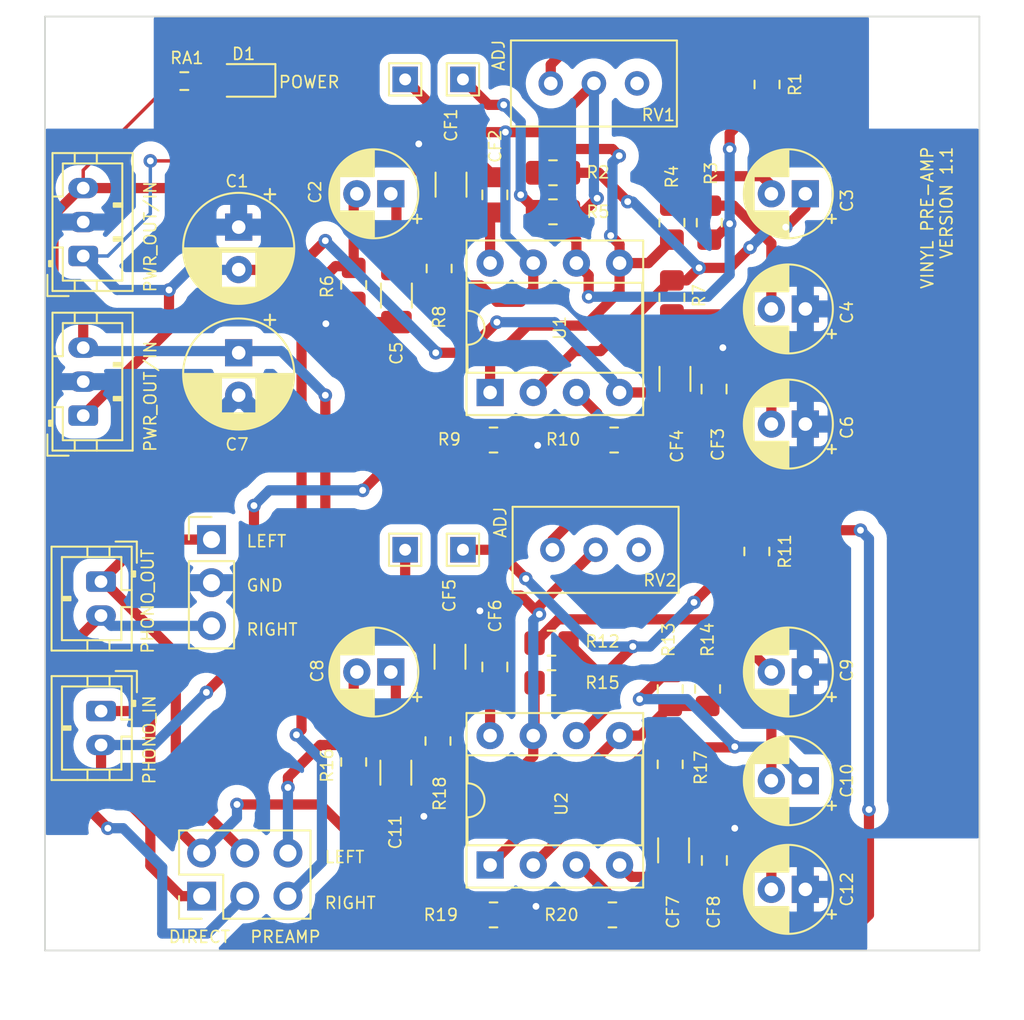
<source format=kicad_pcb>
(kicad_pcb (version 20221018) (generator pcbnew)
  (layers (0 "F.Cu" signal) (31 "B.Cu" signal) (34 "B.Paste" user) (35 "F.Paste" user) (36 "B.SilkS" user "B.Silkscreen") (37 "F.SilkS" user "F.Silkscreen") (38 "B.Mask" user) (39 "F.Mask" user) (44 "Edge.Cuts" user))
  (net 0 "")
  (net 1 "V-")
  (net 2 "V+")
  (net 3 "LEFTIN")
  (net 4 "RIGHTIN")
  (net 5 "LEFTOUT")
  (net 6 "RIGHTOUT")
  (net 7 "AGND")
  (net 9 "Net-(R1-Pad1)")
  (net 10 "Net-(C2-Pad1)")
  (net 11 "Net-(U1-InA-)")
  (net 12 "Net-(C6-Pad2)")
  (net 13 "Net-(C9-Pad2)")
  (net 14 "Net-(C10-Pad2)")
  (net 16 "LEFTAMP")
  (net 17 "RIGHTAMP")
  (net 18 "Net-(C3-Pad2)")
  (net 19 "Net-(C4-Pad2)")
  (net 20 "Net-(C11-Pad2)")
  (net 21 "Net-(U2-InA-)")
  (net 22 "Net-(C12-Pad2)")
  (net 23 "Net-(D1-A)")
  (net 24 "Net-(U1-InB-)")
  (net 25 "Net-(U1-InB+)")
  (net 26 "Net-(U1-OutB)")
  (net 27 "Net-(U1-InA+)")
  (net 28 "Net-(R11-Pad1)")
  (net 29 "Net-(U2-InB-)")
  (net 30 "Net-(U2-InB+)")
  (net 31 "Net-(U2-OutB)")
  (net 32 "Net-(U2-InA+)")
  (footprint "Connector_JST:JST_PH_B3B-PH-K_1x03_P2.00mm_Vertical" (layer "F.Cu") (at 133.65 94.7 90)
    (fp_text reference "J1" hide)
    (fp_text value "Conn_01x03_Male")
  )
  (footprint "Resistor_SMD:R_0805_2012Metric_Pad1.20x1.40mm_HandSolder" (layer "F.Cu") (at 164.9 105.5375 180)
    (fp_text reference "R10")
    (fp_text value "2K2")
  )
  (footprint "Connector_JST:JST_PH_B2B-PH-K_1x02_P2.00mm_Vertical" (layer "F.Cu") (at 134.7 121.5 -90)
    (fp_text reference "J5" hide)
    (fp_text value "Conn_01x02_Male")
  )
  (footprint "MountingHole:MountingHole_3.2mm_M3" (layer "F.Cu") (at 183.9 133.1)
    (fp_text reference "H3" hide)
    (fp_text value "MountingHole")
  )
  (footprint "Resistor_SMD:R_0805_2012Metric_Pad1.20x1.40mm_HandSolder" (layer "F.Cu") (at 168.3 97.1375 90)
    (fp_text reference "R7")
    (fp_text value "4K7")
  )
  (footprint "Package_DIP:DIP-8_W7.62mm_Socket" (layer "F.Cu") (at 157.6 130.565124 90)
    (fp_text reference "U2")
    (fp_text value "OPA2134")
  )
  (footprint "Resistor_SMD:R_0805_2012Metric_Pad1.20x1.40mm_HandSolder" (layer "F.Cu") (at 154.6 95.4375 -90)
    (fp_text reference "R8")
    (fp_text value "750R")
  )
  (footprint "Capacitor_SMD:C_0805_2012Metric_Pad1.18x1.45mm_HandSolder" (layer "F.Cu") (at 157.877616 118.902624 -90)
    (fp_text reference "CF6")
    (fp_text value "0.1u")
  )
  (footprint "Resistor_SMD:R_0805_2012Metric_Pad1.20x1.40mm_HandSolder" (layer "F.Cu") (at 154.531414 123.265124 -90)
    (fp_text reference "R18")
    (fp_text value "750R")
  )
  (footprint "Capacitor_THT:CP_Radial_D5.0mm_P2.00mm" (layer "F.Cu") (at 151.755113 119.2 180)
    (fp_text reference "C8")
    (fp_text value "1U C0G")
  )
  (footprint "Resistor_SMD:R_0805_2012Metric_Pad1.20x1.40mm_HandSolder" (layer "F.Cu") (at 157.8 133.502624 180)
    (fp_text reference "R19")
    (fp_text value "47K")
  )
  (footprint "Resistor_SMD:R_0805_2012Metric_Pad1.20x1.40mm_HandSolder" (layer "F.Cu") (at 157.8 105.5375 180)
    (fp_text reference "R9")
    (fp_text value "47K")
  )
  (footprint "Connector_JST:JST_PH_B2B-PH-K_1x02_P2.00mm_Vertical" (layer "F.Cu") (at 134.695165 113.877039 -90)
    (fp_text reference "J4" hide)
    (fp_text value "Conn_01x02_Male")
  )
  (footprint "Resistor_SMD:R_0805_2012Metric_Pad1.20x1.40mm_HandSolder" (layer "F.Cu") (at 161.216424 119.832624)
    (fp_text reference "R15")
    (fp_text value "100K")
  )
  (footprint "Resistor_SMD:R_0603_1608Metric" (layer "F.Cu") (at 139.6 84.4 180)
    (fp_text reference "RA1")
    (fp_text value "5.1K")
  )
  (footprint "Capacitor_THT:CP_Radial_D6.3mm_P2.50mm" (layer "F.Cu") (at 142.8 93 -90)
    (fp_text reference "C1")
    (fp_text value "100U 16V")
  )
  (footprint "Capacitor_SMD:C_1206_3216Metric_Pad1.33x1.80mm_HandSolder" (layer "F.Cu") (at 152.085 97.03 90)
    (fp_text reference "C5")
    (fp_text value "0.1U C0G")
  )
  (footprint "Package_DIP:DIP-8_W7.62mm_Socket" (layer "F.Cu") (at 157.6 102.7375 90)
    (fp_text reference "U1")
    (fp_text value "OPA2134")
  )
  (footprint "MountingHole:MountingHole_3.2mm_M3" (layer "F.Cu") (at 133.9 133.1)
    (fp_text reference "H4" hide)
    (fp_text value "MountingHole")
  )
  (footprint "Resistor_SMD:R_0805_2012Metric_Pad1.20x1.40mm_HandSolder" (layer "F.Cu") (at 149.57 124.5 90)
    (fp_text reference "R16")
    (fp_text value "100K")
  )
  (footprint "TestPoint:TestPoint_THTPad_1.5x1.5mm_Drill0.7mm" (layer "F.Cu") (at 152.6 112)
    (fp_text reference "TP3" hide)
    (fp_text value "TestPoint")
  )
  (footprint "TestPoint:TestPoint_THTPad_1.5x1.5mm_Drill0.7mm" (layer "F.Cu") (at 156 112)
    (fp_text reference "TP4" hide)
    (fp_text value "TestPoint")
  )
  (footprint "Capacitor_SMD:C_1206_3216Metric_Pad1.33x1.80mm_HandSolder" (layer "F.Cu") (at 168.4 129.702624 -90)
    (fp_text reference "CF7")
    (fp_text value "10u")
  )
  (footprint "Resistor_SMD:R_0805_2012Metric_Pad1.20x1.40mm_HandSolder" (layer "F.Cu") (at 173.3 112.1 -90)
    (fp_text reference "R11")
    (fp_text value "2.7K")
  )
  (footprint "Resistor_SMD:R_0805_2012Metric_Pad1.20x1.40mm_HandSolder" (layer "F.Cu") (at 170.4 120.2 90)
    (fp_text reference "R14")
    (fp_text value "4K7")
  )
  (footprint "MountingHole:MountingHole_3.2mm_M3" (layer "F.Cu") (at 183.9 83.1)
    (fp_text reference "H2" hide)
    (fp_text value "MountingHole")
  )
  (footprint "Capacitor_SMD:C_0805_2012Metric_Pad1.18x1.45mm_HandSolder" (layer "F.Cu") (at 170.78151 102.5375 -90)
    (fp_text reference "CF3")
    (fp_text value "0.1u")
  )
  (footprint "Resistor_SMD:R_0805_2012Metric_Pad1.20x1.40mm_HandSolder" (layer "F.Cu") (at 164.8 133.502624)
    (fp_text reference "R20")
    (fp_text value "2K2")
  )
  (footprint "Resistor_SMD:R_0805_2012Metric_Pad1.20x1.40mm_HandSolder" (layer "F.Cu") (at 170.5 92.7375 -90)
    (fp_text reference "R3")
    (fp_text value "2K7")
  )
  (footprint "LED_SMD:LED_0805_2012Metric_Pad1.15x1.40mm_HandSolder" (layer "F.Cu") (at 143.1 84.36 180)
    (fp_text reference "D1")
    (fp_text value "YELLOW")
  )
  (footprint "Capacitor_SMD:C_1206_3216Metric_Pad1.33x1.80mm_HandSolder" (layer "F.Cu") (at 155.238808 118.302624 -90)
    (fp_text reference "CF5")
    (fp_text value "10u")
  )
  (footprint "Capacitor_SMD:C_0805_2012Metric_Pad1.18x1.45mm_HandSolder" (layer "F.Cu") (at 157.877616 91.1 -90)
    (fp_text reference "CF2")
    (fp_text value "0.1u")
  )
  (footprint "Capacitor_THT:CP_Radial_D5.0mm_P2.00mm" (layer "F.Cu") (at 151.755113 91.0375 180)
    (fp_text reference "C2")
    (fp_text value "1U C0G")
  )
  (footprint "Resistor_SMD:R_0805_2012Metric_Pad1.20x1.40mm_HandSolder" (layer "F.Cu") (at 168.3 92.7375 90)
    (fp_text reference "R4")
    (fp_text value "4K7")
  )
  (footprint "Connector_PinHeader_2.54mm:PinHeader_2x03_P2.54mm_Vertical" (layer "F.Cu") (at 140.62 132.4 90)
    (fp_text reference "J6" hide)
    (fp_text value "Conn_02x03_Odd_Even")
  )
  (footprint "Capacitor_THT:CP_Radial_D5.0mm_P2.00mm" (layer "F.Cu") (at 176.155113 91.0375 180)
    (fp_text reference "C3")
    (fp_text value "22U C0G")
  )
  (footprint "Capacitor_SMD:C_1206_3216Metric_Pad1.33x1.80mm_HandSolder" (layer "F.Cu") (at 152.050707 125.13 90)
    (fp_text reference "C11")
    (fp_text value "0.1U C0G")
  )
  (footprint "Connector_PinHeader_2.54mm:PinHeader_1x03_P2.54mm_Vertical" (layer "F.Cu") (at 141.2 111.4)
    (fp_text reference "J3" hide)
    (fp_text value "Conn_01x03_Male")
  )
  (footprint "TestPoint:TestPoint_THTPad_1.5x1.5mm_Drill0.7mm" (layer "F.Cu") (at 156 84.3)
    (fp_text reference "TP2" hide)
    (fp_text value "TestPoint")
  )
  (footprint "MountingHole:MountingHole_3.2mm_M3" (layer "F.Cu") (at 133.9 83.1)
    (fp_text reference "H1" hide)
    (fp_text value "MountingHole")
  )
  (footprint "Potentiometer_THT:Potentiometer_Bourns_3296W_Vertical" (layer "F.Cu") (at 166.25 84.5375)
    (fp_text reference "RV1")
    (fp_text value "50K")
  )
  (footprint "Capacitor_SMD:C_1206_3216Metric_Pad1.33x1.80mm_HandSolder" (layer "F.Cu") (at 155.3 90.5 -90)
    (fp_text reference "CF1")
    (fp_text value "10u")
  )
  (footprint "Resistor_SMD:R_0805_2012Metric_Pad1.20x1.40mm_HandSolder" (layer "F.Cu") (at 173.9 84.6 -90)
    (fp_text reference "R1")
    (fp_text value "2.7K")
  )
  (footprint "Resistor_SMD:R_0805_2012Metric_Pad1.20x1.40mm_HandSolder" (layer "F.Cu") (at 161.3 92.1 180)
    (fp_text reference "R5")
    (fp_text value "100K")
  )
  (footprint "Capacitor_THT:CP_Radial_D5.0mm_P2.00mm" (layer "F.Cu") (at 176.155113 119.2 180)
    (fp_text reference "C9")
    (fp_text value "22U C0G")
  )
  (footprint "Capacitor_THT:CP_Radial_D5.0mm_P2.00mm" (layer "F.Cu") (at 176.155113 132 180)
    (fp_text reference "C12")
    (fp_text value "22U")
  )
  (footprint "Resistor_SMD:R_0805_2012Metric_Pad1.20x1.40mm_HandSolder" (layer "F.Cu") (at 149.57 96.4 90)
    (fp_text reference "R6")
    (fp_text value "100K")
  )
  (footprint "Capacitor_SMD:C_0805_2012Metric_Pad1.18x1.45mm_HandSolder" (layer "F.Cu") (at 170.8 130.3 -90)
    (fp_text reference "CF8")
    (fp_text value "0.1u")
  )
  (footprint "Capacitor_THT:CP_Radial_D5.0mm_P2.00mm" (layer "F.Cu") (at 176.155113 125.6 180)
    (fp_text reference "C10")
    (fp_text value "22U C0G")
  )
  (footprint "TestPoint:TestPoint_THTPad_1.5x1.5mm_Drill0.7mm" (layer "F.Cu") (at 152.6 84.3)
    (fp_text reference "TP1" hide)
    (fp_text value "TestPoint")
  )
  (footprint "Resistor_SMD:R_0805_2012Metric_Pad1.20x1.40mm_HandSolder" (layer "F.Cu") (at 161.216424 117.5)
    (fp_text reference "R12")
    (fp_text value "2K7")
  )
  (footprint "Resistor_SMD:R_0805_2012Metric_Pad1.20x1.40mm_HandSolder" (layer "F.Cu") (at 161.3 89.8 180)
    (fp_text reference "R2")
    (fp_text value "180K")
  )
  (footprint "Capacitor_THT:CP_Radial_D5.0mm_P2.00mm" (layer "F.Cu") (at 176.155113 104.6 180)
    (fp_text reference "C6")
    (fp_text value "22U")
  )
  (footprint "Capacitor_THT:CP_Radial_D5.0mm_P2.00mm" (layer "F.Cu") (at 176.155113 97.81875 180)
    (fp_text reference "C4")
    (fp_text value "22U C0G")
  )
  (footprint "Potentiometer_THT:Potentiometer_Bourns_3296W_Vertical" (layer "F.Cu") (at 166.35 112)
    (fp_text reference "RV2")
    (fp_text value "50K")
  )
  (footprint "Capacitor_THT:CP_Radial_D6.3mm_P2.50mm" (layer "F.Cu") (at 142.8 100.4 -90)
    (fp_text reference "C7")
    (fp_text value "100U 16V")
  )
  (footprint "Capacitor_SMD:C_1206_3216Metric_Pad1.33x1.80mm_HandSolder" (layer "F.Cu") (at 168.48151 101.9375 -90)
    (fp_text reference "CF4")
    (fp_text value "10u")
  )
  (footprint "Resistor_SMD:R_0805_2012Metric_Pad1.20x1.40mm_HandSolder" (layer "F.Cu") (at 168.2 120.202624 -90)
    (fp_text reference "R13")
    (fp_text value "180K")
  )
  (footprint "Connector_JST:JST_PH_B3B-PH-K_1x03_P2.00mm_Vertical" (layer "F.Cu") (at 133.65 104.1 90)
    (fp_text reference "J2" hide)
    (fp_text value "Conn_01x03_Male")
  )
  (footprint "Resistor_SMD:R_0805_2012Metric_Pad1.20x1.40mm_HandSolder" (layer "F.Cu") (at 168.2 124.637624 90)
    (fp_text reference "R17")
    (fp_text value "4K7")
  )
  (gr_line (start 186.4 135.6) (end 186.4 80.6) (stroke (width 0.1)) (layer "Edge.Cuts"))
  (gr_line (start 186.4 80.6) (end 131.4 80.6) (stroke (width 0.1)) (layer "Edge.Cuts"))
  (gr_line (start 131.4 80.6) (end 131.4 135.6) (stroke (width 0.1)) (layer "Edge.Cuts"))
  (gr_line (start 131.4 135.6) (end 186.4 135.6) (stroke (width 0.1)) (layer "Edge.Cuts"))
  (gr_text "PHONO_IN" (at 137.545165 125.877039 90) (layer "F.SilkS") (effects (font (size 0.7 0.7) (thickness 0.1)) (justify left)))
  (gr_text "GND\n" (at 143.2 114.1) (layer "F.SilkS") (effects (font (size 0.7 0.7) (thickness 0.1)) (justify left)))
  (gr_text "LEFT" (at 147.8 130.1) (layer "F.SilkS") (effects (font (size 0.7 0.7) (thickness 0.1)) (justify left)))
  (gr_text "PHONO_OUT" (at 137.445165 118.177039 90) (layer "F.SilkS") (effects (font (size 0.7 0.7) (thickness 0.1)) (justify left)))
  (gr_text "DIRECT" (at 138.62 134.8) (layer "F.SilkS") (effects (font (size 0.7 0.7) (thickness 0.1)) (justify left)))
  (gr_text "PWR_OUT/IN" (at 137.6 106.3 90) (layer "F.SilkS") (effects (font (size 0.7 0.7) (thickness 0.1)) (justify left)))
  (gr_text "VINYL PRE-AMP\nVERSION 1.1" (at 183.9 88.2 90) (layer "F.SilkS") (effects (font (size 0.7 0.7) (thickness 0.1)) (justify right)))
  (gr_text "POWER" (at 145.1 84.46) (layer "F.SilkS") (effects (font (size 0.7 0.7) (thickness 0.1)) (justify left)))
  (gr_text "PWR_OUT/IN" (at 137.6 96.9 90) (layer "F.SilkS") (effects (font (size 0.7 0.7) (thickness 0.1)) (justify left)))
  (gr_text "ADJ" (at 158.2 109.4 90) (layer "F.SilkS") (effects (font (size 0.7 0.7) (thickness 0.1)) (justify right)))
  (gr_text "PREAMP" (at 143.42 134.8) (layer "F.SilkS") (effects (font (size 0.7 0.7) (thickness 0.1)) (justify left)))
  (gr_text "ADJ" (at 158.1 81.9 90) (layer "F.SilkS") (effects (font (size 0.7 0.7) (thickness 0.1)) (justify right)))
  (gr_text "RIGHT" (at 143.2 116.7) (layer "F.SilkS") (effects (font (size 0.7 0.7) (thickness 0.1)) (justify left)))
  (gr_text "RIGHT" (at 147.8 132.8) (layer "F.SilkS") (effects (font (size 0.7 0.7) (thickness 0.1)) (justify left)))
  (gr_text "LEFT" (at 143.2 111.5) (layer "F.SilkS") (effects (font (size 0.7 0.7) (thickness 0.1)) (justify left)))
  (segment (start 168.4 131.265124) (end 165.92 131.265124) (width 0.6) (layer "F.Cu") (net 1))
  (segment (start 165.92 131.265124) (end 165.22 130.565124) (width 0.6) (layer "F.Cu") (net 1))
  (segment (start 170.78151 104.28151) (end 177.35 110.85) (width 0.6) (layer "F.Cu") (net 1))
  (segment (start 139.385 89.1) (end 137.6 89.1) (width 0.2) (layer "F.Cu") (net 1))
  (segment (start 146.182379 95.517621) (end 147.9 93.8) (width 0.6) (layer "F.Cu") (net 1))
  (segment (start 142.8 95.517621) (end 146.182379 95.517621) (width 0.6) (layer "F.Cu") (net 1))
  (segment (start 179.1 134.3) (end 179.3 134.1) (width 0.6) (layer "F.Cu") (net 1))
  (segment (start 167.71901 102.7375) (end 168.48151 103.5) (width 0.6) (layer "F.Cu") (net 1))
  (segment (start 177.35 110.85) (end 179.4 110.85) (width 0.6) (layer "F.Cu") (net 1))
  (segment (start 170.78151 103.575) (end 168.55651 103.575) (width 0.6) (layer "F.Cu") (net 1))
  (segment (start 165.22 102.7375) (end 167.71901 102.7375) (width 0.6) (layer "F.Cu") (net 1))
  (segment (start 154.4 100.4) (end 156.2 100.4) (width 0.6) (layer "F.Cu") (net 1))
  (segment (start 138.7 99.027914) (end 138.7 96.7) (width 0.6) (layer "F.Cu") (net 1))
  (segment (start 173.1 134.3) (end 179.1 134.3) (width 0.6) (layer "F.Cu") (net 1))
  (segment (start 170.8 131.3375) (end 168.472376 131.3375) (width 0.6) (layer "F.Cu") (net 1))
  (segment (start 179.9 133.5) (end 179.9 127.3) (width 0.6) (layer "F.Cu") (net 1))
  (segment (start 170.78151 103.575) (end 170.78151 104.28151) (width 0.6) (layer "F.Cu") (net 1))
  (segment (start 170.8 132) (end 173.1 134.3) (width 0.6) (layer "F.Cu") (net 1))
  (segment (start 179.3 134.1) (end 179.9 133.5) (width 0.6) (layer "F.Cu") (net 1))
  (segment (start 170.8 131.3375) (end 170.8 132) (width 0.6) (layer "F.Cu") (net 1))
  (segment (start 144.125 84.36) (end 139.385 89.1) (width 0.2) (layer "F.Cu") (net 1))
  (segment (start 133.65 104.077914) (end 138.7 99.027914) (width 0.6) (layer "F.Cu") (net 1))
  (segment (start 156.2 100.4) (end 158 98.6) (width 0.6) (layer "F.Cu") (net 1))
  (via (at 138.7 96.7) (size 0.8) (drill 0.4) (layers "F.Cu" "B.Cu") (net 1))
  (via (at 179.4 110.85) (size 0.8) (drill 0.4) (layers "F.Cu" "B.Cu") (net 1))
  (via (at 154.4 100.4) (size 0.8) (drill 0.4) (layers "F.Cu" "B.Cu") (net 1))
  (via (at 137.6 89.1) (size 0.8) (drill 0.4) (layers "F.Cu" "B.Cu") (net 1))
  (via (at 179.9 127.3) (size 0.8) (drill 0.4) (layers "F.Cu" "B.Cu") (net 1))
  (via (at 158 98.6) (size 0.8) (drill 0.4) (layers "F.Cu" "B.Cu") (net 1))
  (via (at 147.9 93.8) (size 0.8) (drill 0.4) (layers "F.Cu" "B.Cu") (net 1))
  (segment (start 133.65 94.7) (end 135.1 94.7) (width 0.2) (layer "B.Cu") (net 1))
  (segment (start 158 98.6) (end 161.4 98.6) (width 0.6) (layer "B.Cu") (net 1))
  (segment (start 135.65 96.7) (end 138.7 96.7) (width 0.6) (layer "B.Cu") (net 1))
  (segment (start 179.9 127.3) (end 179.9 111.35) (width 0.6) (layer "B.Cu") (net 1))
  (segment (start 179.9 111.35) (end 179.4 110.85) (width 0.6) (layer "B.Cu") (net 1))
  (segment (start 142.8 95.517621) (end 139.882379 95.517621) (width 0.6) (layer "B.Cu") (net 1))
  (segment (start 135.1 94.7) (end 137.6 92.2) (width 0.2) (layer "B.Cu") (net 1))
  (segment (start 133.65 94.7) (end 135.65 96.7) (width 0.6) (layer "B.Cu") (net 1))
  (segment (start 137.6 92.2) (end 137.6 89.1) (width 0.2) (layer "B.Cu") (net 1))
  (segment (start 139.882379 95.517621) (end 138.7 96.7) (width 0.6) (layer "B.Cu") (net 1))
  (segment (start 154.4 100.3) (end 154.4 100.4) (width 0.6) (layer "B.Cu") (net 1))
  (segment (start 147.9 93.8) (end 154.4 100.3) (width 0.6) (layer "B.Cu") (net 1))
  (segment (start 161.4 98.6) (end 164.8 102) (width 0.6) (layer "B.Cu") (net 1))
  (segment (start 131.9 96.8) (end 131.9 92.3) (width 0.6) (layer "F.Cu") (net 2))
  (segment (start 141 88.4) (end 138.7 90.7) (width 0.6) (layer "F.Cu") (net 2))
  (segment (start 133.65 89.65) (end 133.65 90.7) (width 0.2) (layer "F.Cu") (net 2))
  (segment (start 157.6 122.945124) (end 157.6 120.21774) (width 0.6) (layer "F.Cu") (net 2))
  (segment (start 148.7 113.1) (end 148.6 113.1) (width 0.6) (layer "F.Cu") (net 2))
  (segment (start 131.9 92.3) (end 133.5 90.7) (width 0.6) (layer "F.Cu") (net 2))
  (segment (start 133.65 98.55) (end 131.9 96.8) (width 0.6) (layer "F.Cu") (net 2))
  (segment (start 148.6 113.1) (end 147.9 112.4) (width 0.6) (layer "F.Cu") (net 2))
  (segment (start 138.775 84.525) (end 133.65 89.65) (width 0.2) (layer "F.Cu") (net 2))
  (segment (start 157.6 95.1175) (end 157.6 92.415116) (width 0.6) (layer "F.Cu") (net 2))
  (segment (start 152.1 88.4) (end 141 88.4) (width 0.6) (layer "F.Cu") (net 2))
  (segment (start 157.877616 119.940124) (end 155.313808 119.940124) (width 0.6) (layer "F.Cu") (net 2))
  (segment (start 155.3 92.0625) (end 155.3 91.6) (width 0.6) (layer "F.Cu") (net 2))
  (segment (start 155.238808 119.638808) (end 148.7 113.1) (width 0.6) (layer "F.Cu") (net 2))
  (segment (start 147.9 112.4) (end 147.9 102.9) (width 0.6) (layer "F.Cu") (net 2))
  (segment (start 138.7 90.7) (end 133.65 90.7) (width 0.6) (layer "F.Cu") (net 2))
  (segment (start 157.877616 92.1375) (end 155.375 92.1375) (width 0.6) (layer "F.Cu") (net 2))
  (segment (start 133.65 100.1) (end 133.65 98.55) (width 0.6) (layer "F.Cu") (net 2))
  (segment (start 155.3 91.6) (end 152.1 88.4) (width 0.6) (layer "F.Cu") (net 2))
  (via (at 147.9 102.9) (size 0.8) (drill 0.4) (layers "F.Cu" "B.Cu") (net 2))
  (segment (start 142.8 100.3) (end 133.85 100.3) (width 0.6) (layer "B.Cu") (net 2))
  (segment (start 145.3 100.3) (end 142.8 100.3) (width 0.6) (layer "B.Cu") (net 2))
  (segment (start 147.9 102.9) (end 145.3 100.3) (width 0.6) (layer "B.Cu") (net 2))
  (segment (start 156.8 133.502624) (end 154.102624 133.502624) (width 0.6) (layer "F.Cu") (net 3))
  (segment (start 147.6 127) (end 142.7 127) (width 0.6) (layer "F.Cu") (net 3))
  (segment (start 140.62 129.86) (end 137.6 126.84) (width 0.6) (layer "F.Cu") (net 3))
  (segment (start 163.497376 133.502624) (end 163.8 133.502624) (width 0.6) (layer "F.Cu") (net 3))
  (segment (start 156.8 134) (end 157.8 135) (width 0.6) (layer "F.Cu") (net 3))
  (segment (start 137.6 126.84) (end 137.6 122.1) (width 0.6) (layer "F.Cu") (net 3))
  (segment (start 162 135) (end 163.497376 133.502624) (width 0.6) (layer "F.Cu") (net 3))
  (segment (start 156.8 133.502624) (end 156.8 134) (width 0.6) (layer "F.Cu") (net 3))
  (segment (start 157.8 135) (end 162 135) (width 0.6) (layer "F.Cu") (net 3))
  (segment (start 137.6 122.1) (end 137 121.5) (width 0.6) (layer "F.Cu") (net 3))
  (segment (start 154.102624 133.502624) (end 147.6 127) (width 0.6) (layer "F.Cu") (net 3))
  (segment (start 137 121.5) (end 134.7 121.5) (width 0.6) (layer "F.Cu") (net 3))
  (via (at 142.7 127) (size 0.8) (drill 0.4) (layers "F.Cu" "B.Cu") (net 3))
  (segment (start 142.7 127.78) (end 142.7 127) (width 0.6) (layer "B.Cu") (net 3))
  (segment (start 140.62 129.86) (end 142.7 127.78) (width 0.6) (layer "B.Cu") (net 3))
  (segment (start 137.6 130.6) (end 137.6 128.2) (width 0.6) (layer "F.Cu") (net 4))
  (segment (start 140.9 120.4) (end 143.7 117.6) (width 0.6) (layer "F.Cu") (net 4))
  (segment (start 158.5 107.1) (end 164.3 107.1) (width 0.6) (layer "F.Cu") (net 4))
  (segment (start 150.1 108.5) (end 153.0625 105.5375) (width 0.6) (layer "F.Cu") (net 4))
  (segment (start 137.6 128.2) (end 134.7 125.3) (width 0.6) (layer "F.Cu") (net 4))
  (segment (start 139.4 132.4) (end 137.6 130.6) (width 0.6) (layer "F.Cu") (net 4))
  (segment (start 134.7 125.3) (end 134.7 123.5) (width 0.6) (layer "F.Cu") (net 4))
  (segment (start 164.3 107.1) (end 165.8625 105.5375) (width 0.6) (layer "F.Cu") (net 4))
  (segment (start 153.0625 105.5375) (end 156.8 105.5375) (width 0.6) (layer "F.Cu") (net 4))
  (segment (start 143.7 117.6) (end 143.7 109.4) (width 0.6) (layer "F.Cu") (net 4))
  (segment (start 140.62 132.4) (end 139.4 132.4) (width 0.6) (layer "F.Cu") (net 4))
  (segment (start 156.9375 105.5375) (end 158.5 107.1) (width 0.6) (layer "F.Cu") (net 4))
  (via (at 140.9 120.4) (size 0.8) (drill 0.4) (layers "F.Cu" "B.Cu") (net 4))
  (via (at 143.7 109.4) (size 0.8) (drill 0.4) (layers "F.Cu" "B.Cu") (net 4))
  (via (at 150.1 108.5) (size 0.8) (drill 0.4) (layers "F.Cu" "B.Cu") (net 4))
  (segment (start 150.1 108.5) (end 144.6 108.5) (width 0.6) (layer "B.Cu") (net 4))
  (segment (start 144.6 108.5) (end 143.7 109.4) (width 0.6) (layer "B.Cu") (net 4))
  (segment (start 137.8 123.5) (end 140.9 120.4) (width 0.6) (layer "B.Cu") (net 4))
  (segment (start 134.7 123.5) (end 137.8 123.5) (width 0.6) (layer "B.Cu") (net 4))
  (segment (start 141.2 111.4) (end 137.172204 111.4) (width 0.6) (layer "F.Cu") (net 5))
  (segment (start 139.1 125.8) (end 139.1 118.1) (width 0.6) (layer "F.Cu") (net 5))
  (segment (start 143.16 129.86) (end 139.1 125.8) (width 0.6) (layer "F.Cu") (net 5))
  (segment (start 139.1 118.1) (end 134.877039 113.877039) (width 0.6) (layer "F.Cu") (net 5))
  (segment (start 137.172204 111.4) (end 134.695165 113.877039) (width 0.6) (layer "F.Cu") (net 5))
  (segment (start 132 118.572204) (end 132 125.3) (width 0.6) (layer "F.Cu") (net 6))
  (segment (start 134.695165 115.877039) (end 132 118.572204) (width 0.6) (layer "F.Cu") (net 6))
  (segment (start 132 125.3) (end 135.1 128.4) (width 0.6) (layer "F.Cu") (net 6))
  (via (at 135.1 128.4) (size 0.8) (drill 0.4) (layers "F.Cu" "B.Cu") (net 6))
  (segment (start 138.3 130.7) (end 136 128.4) (width 0.6) (layer "B.Cu") (net 6))
  (segment (start 140.96 134.6) (end 138.3 134.6) (width 0.6) (layer "B.Cu") (net 6))
  (segment (start 138.3 134.6) (end 138.3 130.7) (width 0.6) (layer "B.Cu") (net 6))
  (segment (start 135.298126 116.48) (end 134.695165 115.877039) (width 0.6) (layer "B.Cu") (net 6))
  (segment (start 136 128.4) (end 135.1 128.4) (width 0.6) (layer "B.Cu") (net 6))
  (segment (start 141.2 116.48) (end 135.298126 116.48) (width 0.6) (layer "B.Cu") (net 6))
  (segment (start 143.16 132.4) (end 140.96 134.6) (width 0.6) (layer "B.Cu") (net 6))
  (segment (start 170.78151 100.61849) (end 171.3 100.1) (width 0.6) (layer "F.Cu") (net 7))
  (segment (start 149.220824 97.4) (end 147.93144 98.689384) (width 0.6) (layer "F.Cu") (net 7))
  (segment (start 152.085 98.5925) (end 150.7625 98.5925) (width 0.6) (layer "F.Cu") (net 7))
  (segment (start 152.050707 126.6925) (end 152.6925 126.6925) (width 0.6) (layer "F.Cu") (net 7))
  (segment (start 156.2 116.4) (end 157 115.6) (width 0.6) (layer "F.Cu") (net 7))
  (segment (start 171.1375 129.2625) (end 172 128.4) (width 0.6) (layer "F.Cu") (net 7))
  (segment (start 152.050707 126.6925) (end 150.7625 126.6925) (width 0.6) (layer "F.Cu") (net 7))
  (segment (start 157.877616 117.865124) (end 156.363808 117.865124) (width 0.6) (layer "F.Cu") (net 7))
  (segment (start 170.78151 101.5) (end 170.78151 100.61849) (width 0.6) (layer "F.Cu") (net 7))
  (segment (start 159.797376 133.502624) (end 160.3 133) (width 0.6) (layer "F.Cu") (net 7))
  (segment (start 160.0875 105.5375) (end 160.4 105.85) (width 0.6) (layer "F.Cu") (net 7))
  (segment (start 169.60651 101.5) (end 168.48151 100.375) (width 0.6) (layer "F.Cu") (net 7))
  (segment (start 158.8 105.5375) (end 160.0875 105.5375) (width 0.6) (layer "F.Cu") (net 7))
  (segment (start 155.578932 116.4) (end 156.2 116.4) (width 0.6) (layer "F.Cu") (net 7))
  (segment (start 150.7625 126.6925) (end 149.57 125.5) (width 0.6) (layer "F.Cu") (net 7))
  (segment (start 158.8 133.502624) (end 159.797376 133.502624) (width 0.6) (layer "F.Cu") (net 7))
  (segment (start 155.5 88.9375) (end 154.2375 88.9375) (width 0.6) (layer "F.Cu") (net 7))
  (segment (start 156.363808 117.865124) (end 155.238808 116.740124) (width 0.6) (layer "F.Cu") (net 7))
  (segment (start 168.4 128.140124) (end 169.677624 128.140124) (width 0.6) (layer "F.Cu") (net 7))
  (segment (start 152.6925 126.6925) (end 153.7 127.7) (width 0.6) (layer "F.Cu") (net 7))
  (segment (start 155.5 88.9375) (end 156.752616 88.9375) (width 0.6) (layer "F.Cu") (net 7))
  (segment (start 170.78151 101.5) (end 169.60651 101.5) (width 0.6) (layer "F.Cu") (net 7))
  (segment (start 156.752616 88.9375) (end 157.877616 90.0625) (width 0.6) (layer "F.Cu") (net 7))
  (segment (start 169.677624 128.140124) (end 170.8 129.2625) (width 0.6) (layer "F.Cu") (net 7))
  (segment (start 150.7625 98.5925) (end 149.57 97.4) (width 0.6) (layer "F.Cu") (net 7))
  (segment (start 154.2375 88.9375) (end 153.4 88.1) (width 0.6) (layer "F.Cu") (net 7))
  (via (at 171.3 100.1) (size 0.8) (drill 0.4) (layers "F.Cu" "B.Cu") (net 7))
  (via (at 153.7 127.7) (size 0.8) (drill 0.4) (layers "F.Cu" "B.Cu") (net 7))
  (via (at 172 128.4) (size 0.8) (drill 0.4) (layers "F.Cu" "B.Cu") (net 7))
  (via (at 160.3 133) (size 0.8) (drill 0.4) (layers "F.Cu" "B.Cu") (net 7))
  (via (at 160.4 105.85) (size 0.8) (drill 0.4) (layers "F.Cu" "B.Cu") (net 7))
  (via (at 147.93144 98.689384) (size 0.8) (drill 0.4) (layers "F.Cu" "B.Cu") (net 7))
  (via (at 153.4 88.1) (size 0.8) (drill 0.4) (layers "F.Cu" "B.Cu") (net 7))
  (via (at 157 115.6) (size 0.8) (drill 0.4) (layers "F.Cu" "B.Cu") (net 7))
  (segment (start 161.17 83.43) (end 161.17 84.5375) (width 0.6) (layer "F.Cu") (net 9))
  (segment (start 172.475 82.5) (end 162.1 82.5) (width 0.6) (layer "F.Cu") (net 9))
  (segment (start 173.575 83.6) (end 172.475 82.5) (width 0.6) (layer "F.Cu") (net 9))
  (segment (start 162.1 82.5) (end 161.17 83.43) (width 0.6) (layer "F.Cu") (net 9))
  (segment (start 153.57 95.4675) (end 154.5325 94.505) (width 0.6) (layer "F.Cu") (net 10))
  (segment (start 152.085 95.4675) (end 153.57 95.4675) (width 0.6) (layer "F.Cu") (net 10))
  (segment (start 152.085 90.729887) (end 152.085 95.4675) (width 0.6) (layer "F.Cu") (net 10))
  (segment (start 176.155113 91.844887) (end 175 93) (width 0.6) (layer "F.Cu") (net 11))
  (segment (start 162.5775 100.3) (end 164.1 100.3) (width 0.6) (layer "F.Cu") (net 11))
  (segment (start 164.1 100.3) (end 168.2625 96.1375) (width 0.6) (layer "F.Cu") (net 11))
  (segment (start 162.3 89.8) (end 164 89.8) (width 0.6) (layer "F.Cu") (net 11))
  (segment (start 172.9 94.2) (end 171.7 95.4) (width 0.6) (layer "F.Cu") (net 11))
  (segment (start 164 89.8) (end 165.7 91.5) (width 0.6) (layer "F.Cu") (net 11))
  (segment (start 169.1625 96.1375) (end 169.9 95.4) (width 0.6) (layer "F.Cu") (net 11))
  (segment (start 176.155113 91.0375) (end 176.155113 91.844887) (width 0.6) (layer "F.Cu") (net 11))
  (segment (start 160.14 102.7375) (end 162.5775 100.3) (width 0.6) (layer "F.Cu") (net 11))
  (segment (start 171.7 95.4) (end 169.9 95.4) (width 0.6) (layer "F.Cu") (net 11))
  (segment (start 168.3 96.1375) (end 169.1625 96.1375) (width 0.6) (layer "F.Cu") (net 11))
  (via (at 165.7 91.5) (size 0.8) (drill 0.4) (layers "F.Cu" "B.Cu") (net 11))
  (via (at 172.9 94.2) (size 0.8) (drill 0.4) (layers "F.Cu" "B.Cu") (net 11))
  (via (at 169.9 95.4) (size 0.8) (drill 0.4) (layers "F.Cu" "B.Cu") (net 11))
  (via (at 175 93) (size 0.8) (drill 0.4) (layers "F.Cu" "B.Cu") (net 11))
  (segment (start 166 91.5) (end 165.7 91.5) (width 0.6) (layer "B.Cu") (net 11))
  (segment (start 175 93) (end 174.1 93) (width 0.6) (layer "B.Cu") (net 11))
  (segment (start 169.9 95.4) (end 166 91.5) (width 0.6) (layer "B.Cu") (net 11))
  (segment (start 174.1 93) (end 172.9 94.2) (width 0.6) (layer "B.Cu") (net 11))
  (segment (start 174.155113 100.155113) (end 172.1375 98.1375) (width 0.6) (layer "F.Cu") (net 12))
  (segment (start 174.155113 104.6) (end 174.155113 100.155113) (width 0.6) (layer "F.Cu") (net 12))
  (segment (start 172.1375 98.1375) (end 168.3 98.1375) (width 0.6) (layer "F.Cu") (net 12))
  (segment (start 160.216424 117.5) (end 161.616924 116.0995) (width 0.6) (layer "F.Cu") (net 13))
  (segment (start 161.616924 116.0995) (end 171.054613 116.0995) (width 0.6) (layer "F.Cu") (net 13))
  (segment (start 171.054613 116.0995) (end 174.155113 119.2) (width 0.6) (layer "F.Cu") (net 13))
  (segment (start 170.4 119.2) (end 171.6 119.2) (width 0.6) (layer "F.Cu") (net 14))
  (segment (start 171.6 119.2) (end 174.155113 121.755113) (width 0.6) (layer "F.Cu") (net 14))
  (segment (start 174.155113 121.755113) (end 174.155113 125.6) (width 0.6) (layer "F.Cu") (net 14))
  (segment (start 149.57 123.5) (end 149.57 119.385113) (width 0.6) (layer "F.Cu") (net 16))
  (segment (start 145.7 126) (end 145.7 125.4) (width 0.6) (layer "F.Cu") (net 16))
  (segment (start 149.57 123.5) (end 147.6 123.5) (width 0.6) (layer "F.Cu") (net 16))
  (segment (start 145.7 125.4) (end 147.6 123.5) (width 0.6) (layer "F.Cu") (net 16))
  (via (at 145.7 126) (size 0.8) (drill 0.4) (layers "F.Cu" "B.Cu") (net 16))
  (segment (start 145.7 126) (end 145.7 129.86) (width 0.6) (layer "B.Cu") (net 16))
  (segment (start 146.2 122.9) (end 146.5 122.6) (width 0.6) (layer "F.Cu") (net 17))
  (segment (start 149.57 95.4) (end 149.57 90.585113) (width 0.6) (layer "F.Cu") (net 17))
  (segment (start 148.5 95.3) (end 149.47 95.3) (width 0.6) (layer "F.Cu") (net 17))
  (segment (start 146.5 122.6) (end 146.5 97.3) (width 0.6) (layer "F.Cu") (net 17))
  (segment (start 146.5 97.3) (end 148.5 95.3) (width 0.6) (layer "F.Cu") (net 17))
  (via (at 146.2 122.9) (size 0.8) (drill 0.4) (layers "F.Cu" "B.Cu") (net 17))
  (segment (start 147.7 130.4) (end 147.7 124.4) (width 0.6) (layer "B.Cu") (net 17))
  (segment (start 145.7 132.4) (end 147.7 130.4) (width 0.6) (layer "B.Cu") (net 17))
  (segment (start 147.7 124.4) (end 146.2 122.9) (width 0.6) (layer "B.Cu") (net 17))
  (segment (start 168.3 91.7375) (end 168.3 90.6) (width 0.6) (layer "F.Cu") (net 18))
  (segment (start 173.6 90) (end 174.155113 90.555113) (width 0.6) (layer "F.Cu") (net 18))
  (segment (start 168.9 90) (end 173.6 90) (width 0.6) (layer "F.Cu") (net 18))
  (segment (start 168.3 90.6) (end 168.9 90) (width 0.6) (layer "F.Cu") (net 18))
  (segment (start 174.155113 93.955113) (end 174.155113 97.81875) (width 0.6) (layer "F.Cu") (net 19))
  (segment (start 171.9375 91.7375) (end 174.155113 93.955113) (width 0.6) (layer "F.Cu") (net 19))
  (segment (start 170.5 91.7375) (end 171.9375 91.7375) (width 0.6) (layer "F.Cu") (net 19))
  (segment (start 152.050707 123.5675) (end 152.050707 119.495594) (width 0.6) (layer "F.Cu") (net 20))
  (segment (start 154.531414 122.265124) (end 153.353083 122.265124) (width 0.6) (layer "F.Cu") (net 20))
  (segment (start 153.353083 122.265124) (end 152.050707 123.5675) (width 0.6) (layer "F.Cu") (net 20))
  (segment (start 167.997376 119.202624) (end 166.4 120.8) (width 0.6) (layer "F.Cu") (net 21))
  (segment (start 171.962376 123.637624) (end 172 123.6) (width 0.6) (layer "F.Cu") (net 21))
  (segment (start 167.0675 123.637624) (end 168.2 123.637624) (width 0.6) (layer "F.Cu") (net 21))
  (segment (start 160.14 130.565124) (end 167.0675 123.637624) (width 0.6) (layer "F.Cu") (net 21))
  (segment (start 168.2 123.637624) (end 171.962376 123.637624) (width 0.6) (layer "F.Cu") (net 21))
  (via (at 172 123.6) (size 0.8) (drill 0.4) (layers "F.Cu" "B.Cu") (net 21))
  (via (at 166.4 120.8) (size 0.8) (drill 0.4) (layers "F.Cu" "B.Cu") (net 21))
  (segment (start 174.155113 123.6) (end 176.155113 125.6) (width 0.6) (layer "B.Cu") (net 21))
  (segment (start 172 123.6) (end 174.155113 123.6) (width 0.6) (layer "B.Cu") (net 21))
  (segment (start 166.4 120.8) (end 169.2 120.8) (width 0.6) (layer "B.Cu") (net 21))
  (segment (start 169.2 120.8) (end 172 123.6) (width 0.6) (layer "B.Cu") (net 21))
  (segment (start 171.437624 125.637624) (end 168.2 125.637624) (width 0.6) (layer "F.Cu") (net 22))
  (segment (start 174.155113 132) (end 174.155113 128.355113) (width 0.6) (layer "F.Cu") (net 22))
  (segment (start 174.155113 128.355113) (end 171.437624 125.637624) (width 0.6) (layer "F.Cu") (net 22))
  (segment (start 140.425 84.4) (end 141.8825 84.4) (width 0.25) (layer "F.Cu") (net 23))
  (segment (start 171.7 87.475) (end 173.575 85.6) (width 0.6) (layer "F.Cu") (net 24))
  (segment (start 162.4 93.5) (end 161.1 93.5) (width 0.6) (layer "F.Cu") (net 24))
  (segment (start 162.68 93.78) (end 162.4 93.5) (width 0.6) (layer "F.Cu") (net 24))
  (segment (start 158.4 85.8) (end 157.5 85.8) (width 0.6) (layer "F.Cu") (net 24))
  (segment (start 160.3 92) (end 159.4 91.1) (width 0.6) (layer "F.Cu") (net 24))
  (segment (start 163.4 95.8375) (end 162.68 95.1175) (width 0.6) (layer "F.Cu") (net 24))
  (segment (start 160.3 92.7) (end 160.3 92.1) (width 0.6) (layer "F.Cu") (net 24))
  (segment (start 160.3 92.1) (end 160.3 92.7375) (width 0.6) (layer "F.Cu") (net 24))
  (segment (start 162.68 95.1175) (end 162.68 93.78) (width 0.6) (layer "F.Cu") (net 24))
  (segment (start 157.5 85.8) (end 156 84.3) (width 0.6) (layer "F.Cu") (net 24))
  (segment (start 170.7625 93.7375) (end 171.7 92.8) (width 0.6) (layer "F.Cu") (net 24))
  (segment (start 161.1 93.5) (end 160.3 92.7) (width 0.6) (layer "F.Cu") (net 24))
  (segment (start 171.7 88.4) (end 171.7 87.475) (width 0.6) (layer "F.Cu") (net 24))
  (segment (start 163.4 97.1) (end 163.4 95.8375) (width 0.6) (layer "F.Cu") (net 24))
  (via (at 171.7 92.8) (size 0.8) (drill 0.4) (layers "F.Cu" "B.Cu") (net 24))
  (via (at 163.4 97.1) (size 0.8) (drill 0.4) (layers "F.Cu" "B.Cu") (net 24))
  (via (at 158.4 85.8) (size 0.8) (drill 0.4) (layers "F.Cu" "B.Cu") (net 24))
  (via (at 159.4 91.1) (size 0.8) (drill 0.4) (layers "F.Cu" "B.Cu") (net 24))
  (via (at 171.7 88.4) (size 0.8) (drill 0.4) (layers "F.Cu" "B.Cu") (net 24))
  (segment (start 159.4 86.8) (end 158.4 85.8) (width 0.6) (layer "B.Cu") (net 24))
  (segment (start 170.4 97.1) (end 171.7 95.8) (width 0.6) (layer "B.Cu") (net 24))
  (segment (start 170.4 97.1) (end 163.4 97.1) (width 0.6) (layer "B.Cu") (net 24))
  (segment (start 171.7 92.8) (end 171.7 95.8) (width 0.6) (layer "B.Cu") (net 24))
  (segment (start 171.7 92.8) (end 171.7 88.4) (width 0.6) (layer "B.Cu") (net 24))
  (segment (start 159.4 91.1) (end 159.4 86.8) (width 0.6) (layer "B.Cu") (net 24))
  (segment (start 159.8 98.8) (end 163.2 98.8) (width 0.6) (layer "F.Cu") (net 25))
  (segment (start 163.2 98.8) (end 165.22 96.78) (width 0.6) (layer "F.Cu") (net 25))
  (segment (start 165.22 94.02) (end 164.7 93.5) (width 0.6) (layer "F.Cu") (net 25))
  (segment (start 165.22 95.1175) (end 166.92 95.1175) (width 0.6) (layer "F.Cu") (net 25))
  (segment (start 166.92 95.1175) (end 168.3 93.7375) (width 0.6) (layer "F.Cu") (net 25))
  (segment (start 165.22 96.78) (end 165.22 95.1175) (width 0.6) (layer "F.Cu") (net 25))
  (segment (start 165.22 95.1175) (end 165.22 94.02) (width 0.6) (layer "F.Cu") (net 25))
  (segment (start 160.3 89.8) (end 161.7 88.4) (width 0.6) (layer "F.Cu") (net 25))
  (segment (start 161.7 88.4) (end 164.8 88.4) (width 0.6) (layer "F.Cu") (net 25))
  (segment (start 157.6 101) (end 159.8 98.8) (width 0.6) (layer "F.Cu") (net 25))
  (segment (start 164.8 88.4) (end 165.2 88.8) (width 0.6) (layer "F.Cu") (net 25))
  (segment (start 157.6 102.7375) (end 157.6 101) (width 0.6) (layer "F.Cu") (net 25))
  (via (at 164.7 93.5) (size 0.8) (drill 0.4) (layers "F.Cu" "B.Cu") (net 25))
  (via (at 165.2 88.8) (size 0.8) (drill 0.4) (layers "F.Cu" "B.Cu") (net 25))
  (segment (start 164.7 93.5) (end 164.7995 93.4005) (width 0.6) (layer "B.Cu") (net 25))
  (segment (start 164.7995 93.4005) (end 164.7995 89.2005) (width 0.6) (layer "B.Cu") (net 25))
  (segment (start 164.7995 89.2005) (end 165.2 88.8) (width 0.6) (layer "B.Cu") (net 25))
  (segment (start 159.4 97.4) (end 160.14 96.66) (width 0.6) (layer "F.Cu") (net 26))
  (segment (start 162.3 92.1) (end 163.1 92.1) (width 0.6) (layer "F.Cu") (net 26))
  (segment (start 152.6 84.3) (end 155.707713 87.407713) (width 0.6) (layer "F.Cu") (net 26))
  (segment (start 155.707713 87.407713) (end 158.5005 87.407713) (width 0.6) (layer "F.Cu") (net 26))
  (segment (start 157.0375 96.4375) (end 158 97.4) (width 0.6) (layer "F.Cu") (net 26))
  (segment (start 158 97.4) (end 159.4 97.4) (width 0.6) (layer "F.Cu") (net 26))
  (segment (start 163.1 92.1) (end 163.9 91.3) (width 0.6) (layer "F.Cu") (net 26))
  (segment (start 154.6 96.4375) (end 157.0375 96.4375) (width 0.6) (layer "F.Cu") (net 26))
  (segment (start 160.14 96.66) (end 160.14 95.1175) (width 0.6) (layer "F.Cu") (net 26))
  (segment (start 160.839787 87.407713) (end 158.5005 87.407713) (width 0.6) (layer "F.Cu") (net 26))
  (segment (start 163.71 84.5375) (end 160.839787 87.407713) (width 0.6) (layer "F.Cu") (net 26))
  (via (at 163.9 91.3) (size 0.8) (drill 0.4) (layers "F.Cu" "B.Cu") (net 26))
  (via (at 158.5005 87.407713) (size 0.8) (drill 0.4) (layers "F.Cu" "B.Cu") (net 26))
  (segment (start 158.5005 93.478) (end 158.5005 87.407713) (width 0.6) (layer "B.Cu") (net 26))
  (segment (start 163.71 91.11) (end 163.71 84.5375) (width 0.6) (layer "B.Cu") (net 26))
  (segment (start 160.14 95.1175) (end 158.5005 93.478) (width 0.6) (layer "B.Cu") (net 26))
  (segment (start 163.9 91.3) (end 163.71 91.11) (width 0.6) (layer "B.Cu") (net 26))
  (segment (start 163.9 105.5375) (end 163.9 103.9575) (width 0.6) (layer "F.Cu") (net 27))
  (segment (start 163.9 103.9575) (end 162.68 102.7375) (width 0.6) (layer "F.Cu") (net 27))
  (segment (start 173.3 111.1) (end 172 109.8) (width 0.6) (layer "F.Cu") (net 28))
  (segment (start 162.9 109.8) (end 161.27 111.43) (width 0.6) (layer "F.Cu") (net 28))
  (segment (start 161.27 111.43) (end 161.27 112) (width 0.6) (layer "F.Cu") (net 28))
  (segment (start 172 109.8) (end 162.9 109.8) (width 0.6) (layer "F.Cu") (net 28))
  (segment (start 171.6 113.1) (end 173.3 113.1) (width 0.6) (layer "F.Cu") (net 29))
  (segment (start 162.826962 122.945124) (end 164.3 121.472086) (width 0.6) (layer "F.Cu") (net 29))
  (segment (start 169.6 115.1) (end 171.6 113.1) (width 0.6) (layer "F.Cu") (net 29))
  (segment (start 156 112) (end 158 112) (width 0.6) (layer "F.Cu") (net 29))
  (segment (start 164.3 119.583576) (end 162.216424 117.5) (width 0.6) (layer "F.Cu") (net 29))
  (segment (start 164.3 119.583576) (end 164.3 119.4) (width 0.6) (layer "F.Cu") (net 29))
  (segment (start 164.3 119.4) (end 166 117.7) (width 0.6) (layer "F.Cu") (net 29))
  (segment (start 158 112) (end 159.7 113.7) (width 0.6) (layer "F.Cu") (net 29))
  (segment (start 164.3 121.472086) (end 164.3 119.583576) (width 0.6) (layer "F.Cu") (net 29))
  (segment (start 162.216424 117.5) (end 162.216424 119.832624) (width 0.6) (layer "F.Cu") (net 29))
  (via (at 169.6 115.1) (size 0.8) (drill 0.4) (layers "F.Cu" "B.Cu") (net 29))
  (via (at 166 117.7) (size 0.8) (drill 0.4) (layers "F.Cu" "B.Cu") (net 29))
  (via (at 159.7 113.7) (size 0.8) (drill 0.4) (layers "F.Cu" "B.Cu") (net 29))
  (segment (start 163.7 117.7) (end 166 117.7) (width 0.6) (layer "B.Cu") (net 29))
  (segment (start 166 117.7) (end 167 117.7) (width 0.6) (layer "B.Cu") (net 29))
  (segment (start 167 117.7) (end 169.6 115.1) (width 0.6) (layer "B.Cu") (net 29))
  (segment (start 159.7 113.7) (end 163.7 117.7) (width 0.6) (layer "B.Cu") (net 29))
  (segment (start 166.4575 122.945124) (end 168.2 121.202624) (width 0.6) (layer "F.Cu") (net 30))
  (segment (start 170.4 121.2) (end 168.202624 121.2) (width 0.6) (layer "F.Cu") (net 30))
  (segment (start 165.22 122.945124) (end 166.4575 122.945124) (width 0.6) (layer "F.Cu") (net 30))
  (segment (start 157.6 130.565124) (end 165.22 122.945124) (width 0.6) (layer "F.Cu") (net 30))
  (segment (start 159.3 125) (end 155.26629 125) (width 0.6) (layer "F.Cu") (net 31))
  (segment (start 160.5 115.31) (end 163.81 112) (width 0.6) (layer "F.Cu") (net 31))
  (segment (start 152.6 114) (end 152.6 112) (width 0.6) (layer "F.Cu") (net 31))
  (segment (start 160.14 124.16) (end 159.3 125) (width 0.6) (layer "F.Cu") (net 31))
  (segment (start 159.4 114.7) (end 153.3 114.7) (width 0.6) (layer "F.Cu") (net 31))
  (segment (start 155.26629 125) (end 154.531414 124.265124) (width 0.6) (layer "F.Cu") (net 31))
  (segment (start 160.5 115.8) (end 160.5 115.31) (width 0.6) (layer "F.Cu") (net 31))
  (segment (start 160.14 122.945124) (end 160.14 124.16) (width 0.6) (layer "F.Cu") (net 31))
  (segment (start 153.3 114.7) (end 152.6 114) (width 0.6) (layer "F.Cu") (net 31))
  (segment (start 160.216424 119.832624) (end 160.216424 122.8687) (width 0.6) (layer "F.Cu") (net 31))
  (segment (start 160.5 115.8) (end 159.4 114.7) (width 0.6) (layer "F.Cu") (net 31))
  (via (at 160.5 115.8) (size 0.8) (drill 0.4) (layers "F.Cu" "B.Cu") (net 31))
  (segment (start 160.14 116.16) (end 160.5 115.8) (width 0.6) (layer "B.Cu") (net 31))
  (segment (start 160.14 116.16) (end 160.14 122.945124) (width 0.6) (layer "B.Cu") (net 31))
  (segment (start 165.8 133.502624) (end 162.8625 130.565124) (width 0.6) (layer "F.Cu") (net 32))
  (zone (net 7) (net_name "AGND") (layer "B.Cu") (connect_pads (clearance 0.75)) (min_thickness 0.254) (fill yes (thermal_gap 0.508) (thermal_bridge_width 1))
    (polygon (pts (xy 179.9 87.2) (xy 187.8 87.2) (xy 187.8 129) (xy 179.8 129) (xy 179.8 137.6) (xy 137.8 137.6) (xy 137.8 128.8) (xy 130.6 128.8) (xy 130.6 87.2) (xy 137.8 87.2) (xy 137.8 79.9) (xy 179.9 79.9)))
  )
)
</source>
